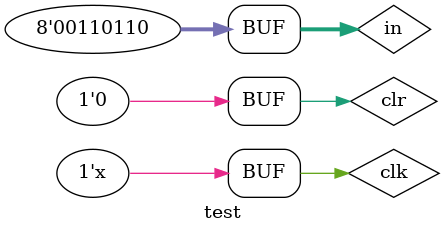
<source format=v>
`timescale 1ns / 1ps


module test;

	// Inputs
	reg clk;
	reg clr;
	reg [7:0] in;

	// Outputs
	wire out;

	// Instantiate the Unit Under Test (UUT)
	string uut (
		.clk(clk), 
		.clr(clr), 
		.in(in), 
		.out(out)
	);

	initial begin
		// Initialize Inputs
		clk = 0;
		clr = 0;
		in = 0;

		// Wait 100 ns for global reset to finish
		#100;
        
		// Add stimulus here
		in="6";
		#10;
		in="+";
		#10;
		in="9";
		#10;
		in="+";
		#10;
		in="4";
		#2;
		clr=1;
		#2;
		clr=0;
		#6;
		in="6";
		#10;
		in="*";
		#10;
		in="6";
	end
   always #5 clk=~clk;   
endmodule


</source>
